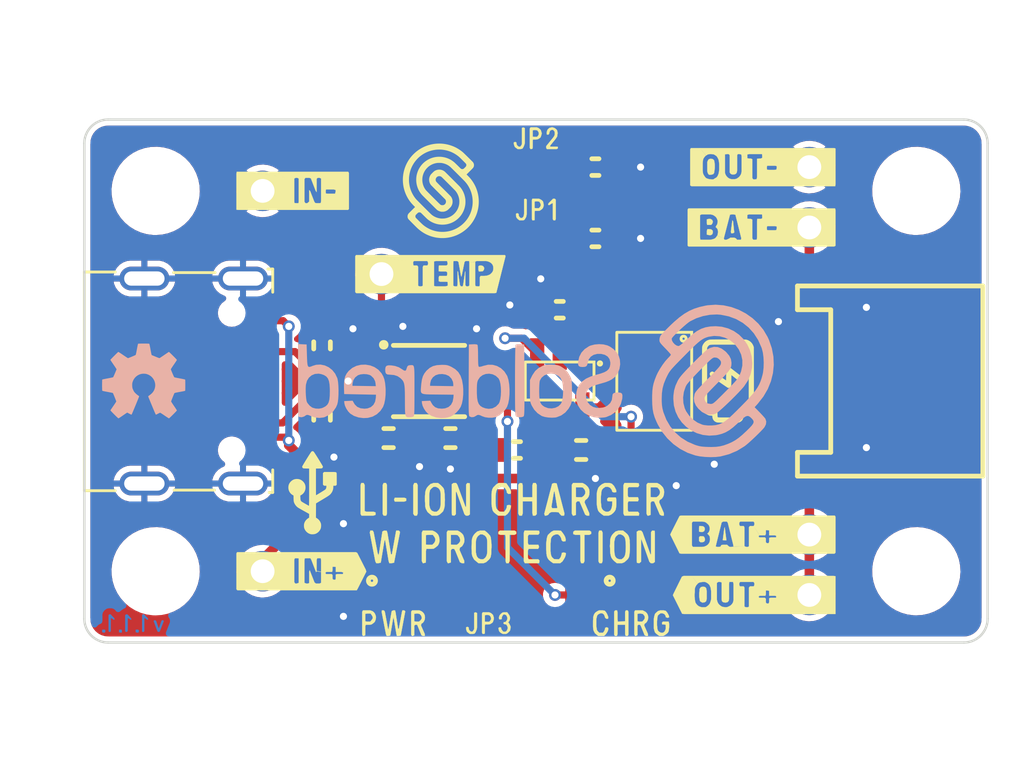
<source format=kicad_pcb>
(kicad_pcb (version 20210623) (generator pcbnew)
  (title_block (title "LI-ION charger with protection") (date "2021-06-17") (rev "V1.1.1.") (company "SOLDERED") (comment 1 "333014"))
  (layers (0 "F.Cu" mixed) (31 "B.Cu" signal) (34 "B.Paste" user) (35 "F.Paste" user) (36 "B.SilkS" user "B.Silkscreen") (37 "F.SilkS" user "F.Silkscreen") (38 "B.Mask" user) (39 "F.Mask" user) (44 "Edge.Cuts" user))
  (net 0 "")
  (net 1 "VUSB")
  (net 2 "GND")
  (net 3 "VBAT")
  (net 4 "GND_ISO")
  (net 5 "Net-(C3-Pad1)")
  (net 6 "Net-(D1-Pad1)")
  (net 7 "Net-(D2-Pad2)")
  (net 8 "PROG")
  (net 9 "Net-(JP1-Pad1)")
  (net 10 "Net-(JP2-Pad1)")
  (net 14 "Net-(K1-PadB5)")
  (net 18 "Net-(K1-PadA5)")
  (net 19 "TEMP")
  (net 20 "Net-(R6-Pad1)")
  (net 23 "OC")
  (net 24 "OD")
  (net 27 "Net-(JP3-Pad2)")
  (net 28 "Net-(R7-Pad2)")
  (footprint "e-radionica.com footprinti:HOLE_3.2mm" (layer "F.Cu") (at 128 110 -90)
    (fp_text reference "H4" hide)
    (fp_text value "HOLE_3.2mm" hide)
    (pad "" np_thru_hole circle locked (at 0 0 270) (size 3.2 3.2) (drill 3.2) (layers F&B.Cu *.Mask))
  )
  (footprint "buzzardLabel" (layer "F.Cu") (at 125 93)
    (fp_text reference "" (at 0 0) (layer "F.SilkS") (effects (font (size 1.27 1.27))))
    (fp_text value "" (at 0 0) (layer "F.SilkS") (effects (font (size 1.27 1.27))))
  )
  (footprint "e-radionica.com footprinti:0402LED" (layer "F.Cu") (at 116 111 180)
    (fp_text reference "D2")
    (fp_text value "red")
    (pad "1" smd rect locked (at -0.55 0 270) (size 0.75 0.45) (layers "F.Cu" "F.Paste" "F.Mask") (net 1 "VUSB"))
    (pad "2" smd rect locked (at 0.55 0 270) (size 0.75 0.45) (layers "F.Cu" "F.Paste" "F.Mask") (net 7 "Net-(D2-Pad2)"))
  )
  (footprint "e-radionica.com footprinti:TP4056M-MSOP8" (layer "F.Cu") (at 107.5 102)
    (fp_text reference "U1")
    (fp_text value "TP4056M")
    (pad "1" smd rect locked (at -1.975 -0.975) (size 1.35 0.45) (layers "F.Cu" "F.Paste" "F.Mask") (net 19 "TEMP"))
    (pad "2" smd rect locked (at -1.975 -0.325) (size 1.35 0.45) (layers "F.Cu" "F.Paste" "F.Mask") (net 8 "PROG"))
    (pad "3" smd rect locked (at -1.975 0.325) (size 1.35 0.45) (layers "F.Cu" "F.Paste" "F.Mask") (net 2 "GND"))
    (pad "4" smd rect locked (at -1.975 0.975) (size 1.35 0.45) (layers "F.Cu" "F.Paste" "F.Mask") (net 1 "VUSB"))
    (pad "5" smd rect locked (at 1.975 0.975) (size 1.35 0.45) (layers "F.Cu" "F.Paste" "F.Mask") (net 3 "VBAT"))
    (pad "6" smd rect locked (at 1.975 0.325) (size 1.35 0.45) (layers "F.Cu" "F.Paste" "F.Mask"))
    (pad "7" smd rect locked (at 1.975 -0.325) (size 1.35 0.45) (layers "F.Cu" "F.Paste" "F.Mask") (net 20 "Net-(R6-Pad1)"))
    (pad "8" smd rect locked (at 1.975 -0.975) (size 1.35 0.45) (layers "F.Cu" "F.Paste" "F.Mask") (net 1 "VUSB"))
  )
  (footprint "buzzardLabel" (layer "F.Cu") (at 99 110)
    (fp_text reference "" (at 0 0) (layer "F.SilkS") (effects (font (size 1.27 1.27))))
    (fp_text value "" (at 0 0) (layer "F.SilkS") (effects (font (size 1.27 1.27))))
  )
  (footprint "e-radionica.com footprinti:0603C" (layer "F.Cu") (at 113.9 104.9)
    (fp_text reference "C3")
    (fp_text value "0.1uF")
    (pad "1" smd rect locked (at -0.73 0) (size 0.66 1) (layers "F.Cu" "F.Paste" "F.Mask") (net 5 "Net-(C3-Pad1)"))
    (pad "2" smd rect locked (at 0.73 0) (size 0.66 1) (layers "F.Cu" "F.Paste" "F.Mask") (net 4 "GND_ISO"))
  )
  (footprint "buzzardLabel" (layer "F.Cu") (at 116 112.2)
    (fp_text reference "" (at 0 0) (layer "F.SilkS") (effects (font (size 1.27 1.27))))
    (fp_text value "" (at 0 0) (layer "F.SilkS") (effects (font (size 1.27 1.27))))
  )
  (footprint "buzzardLabel" (layer "F.Cu") (at 110 112.2)
    (fp_text reference "" (at 0 0) (layer "F.SilkS") (effects (font (size 1.27 1.27))))
    (fp_text value "" (at 0 0) (layer "F.SilkS") (effects (font (size 1.27 1.27))))
  )
  (footprint "e-radionica.com footprinti:Sot23-6" (layer "F.Cu") (at 113 102 -90)
    (fp_text reference "U2")
    (fp_text value "DW01+G(SOT23-6)")
    (pad "1" smd rect locked (at -1.1375 -0.95 270) (size 1.325 0.6) (layers "F.Cu" "F.Paste" "F.Mask") (net 24 "OD"))
    (pad "2" smd rect locked (at -1.1375 0 270) (size 1.325 0.6) (layers "F.Cu" "F.Paste" "F.Mask") (net 28 "Net-(R7-Pad2)"))
    (pad "3" smd rect locked (at -1.1375 0.95 270) (size 1.325 0.6) (layers "F.Cu" "F.Paste" "F.Mask") (net 23 "OC"))
    (pad "4" smd rect locked (at 1.1375 0.95 270) (size 1.325 0.6) (layers "F.Cu" "F.Paste" "F.Mask"))
    (pad "5" smd rect locked (at 1.1375 0 270) (size 1.325 0.6) (layers "F.Cu" "F.Paste" "F.Mask") (net 5 "Net-(C3-Pad1)"))
    (pad "6" smd rect locked (at 1.1375 -0.95 270) (size 1.325 0.6) (layers "F.Cu" "F.Paste" "F.Mask") (net 4 "GND_ISO"))
  )
  (footprint "e-radionica.com footprinti:0603R" (layer "F.Cu") (at 111.2 104.9 180)
    (fp_text reference "R8")
    (fp_text value "100R")
    (pad "1" smd rect locked (at -0.775 0 270) (size 1 0.64) (layers "F.Cu" "F.Paste" "F.Mask") (net 5 "Net-(C3-Pad1)"))
    (pad "2" smd rect locked (at 0.775 0 270) (size 1 0.64) (layers "F.Cu" "F.Paste" "F.Mask") (net 3 "VBAT"))
  )
  (footprint "buzzardLabel" (layer "F.Cu") (at 125 111)
    (fp_text reference "" (at 0 0) (layer "F.SilkS") (effects (font (size 1.27 1.27))))
    (fp_text value "" (at 0 0) (layer "F.SilkS") (effects (font (size 1.27 1.27))))
  )
  (footprint "e-radionica.com footprinti:0402R" (layer "F.Cu") (at 108 111 180)
    (fp_text reference "R3")
    (fp_text value "2k2")
    (pad "1" smd rect locked (at -0.5 0 270) (size 0.64 0.54) (layers "F.Cu" "F.Paste" "F.Mask") (net 27 "Net-(JP3-Pad2)"))
    (pad "2" smd rect locked (at 0.5 0 270) (size 0.64 0.54) (layers "F.Cu" "F.Paste" "F.Mask") (net 6 "Net-(D1-Pad1)"))
  )
  (footprint "e-radionica.com footprinti:U262-161N-4BVC11" (layer "F.Cu") (at 98 102 -90)
    (fp_text reference "K1")
    (fp_text value "U262-161N-4BVC11")
    (pad "" np_thru_hole circle locked (at -2.862 -1.2 270) (size 0.65 0.65) (drill 0.65) (layers F&B.Cu *.Mask))
    (pad "" np_thru_hole circle locked (at 2.913 -1.2 270) (size 0.65 0.65) (drill 0.65) (layers F&B.Cu *.Mask))
    (pad "A1" smd rect locked (at -3.337 -2.475 270) (size 0.3 1.15) (layers "F.Cu" "F.Paste" "F.Mask") (net 2 "GND"))
    (pad "A4" smd rect locked (at -2.537 -2.475 270) (size 0.3 1.15) (layers "F.Cu" "F.Paste" "F.Mask") (net 1 "VUSB"))
    (pad "A5" smd rect locked (at -1.237 -2.475 270) (size 0.3 1.15) (layers "F.Cu" "F.Paste" "F.Mask") (net 18 "Net-(K1-PadA5)"))
    (pad "A6" smd rect locked (at -0.237 -2.475 270) (size 0.3 1.15) (layers "F.Cu" "F.Paste" "F.Mask"))
    (pad "A7" smd rect locked (at 0.263 -2.475 270) (size 0.3 1.15) (layers "F.Cu" "F.Paste" "F.Mask"))
    (pad "A8" smd rect locked (at 1.263 -2.475 270) (size 0.3 1.15) (layers "F.Cu" "F.Paste" "F.Mask"))
    (pad "A9" smd rect locked (at 2.563 -2.475 270) (size 0.3 1.15) (layers "F.Cu" "F.Paste" "F.Mask") (net 1 "VUSB"))
    (pad "A12" smd rect locked (at 3.338 -2.475 270) (size 0.3 1.15) (layers "F.Cu" "F.Paste" "F.Mask") (net 2 "GND"))
    (pad "B1" smd rect locked (at 3.138 -2.475 270) (size 0.3 1.15) (layers "F.Cu" "F.Paste" "F.Mask") (net 2 "GND"))
    (pad "B4" smd rect locked (at 2.363 -2.475 270) (size 0.3 1.15) (layers "F.Cu" "F.Paste" "F.Mask") (net 1 "VUSB"))
    (pad "B5" smd rect locked (at 1.763 -2.475 270) (size 0.3 1.15) (layers "F.Cu" "F.Paste" "F.Mask") (net 14 "Net-(K1-PadB5)"))
    (pad "B6" smd rect locked (at 0.763 -2.475 270) (size 0.3 1.15) (layers "F.Cu" "F.Paste" "F.Mask"))
    (pad "B7" smd rect locked (at -0.737 -2.475 270) (size 0.3 1.15) (layers "F.Cu" "F.Paste" "F.Mask"))
    (pad "B8" smd rect locked (at -1.737 -2.475 270) (size 0.3 1.15) (layers "F.Cu" "F.Paste" "F.Mask"))
    (pad "B9" smd rect locked (at -2.337 -2.475 270) (size 0.3 1.15) (layers "F.Cu" "F.Paste" "F.Mask") (net 1 "VUSB"))
    (pad "B12" smd rect locked (at -3.112 -2.475 270) (size 0.3 1.15) (layers "F.Cu" "F.Paste" "F.Mask") (net 2 "GND"))
    (pad "SH" thru_hole oval locked (at 4.313 -1.675 270) (size 1 2.1) (drill oval 0.6 1.7) (layers *.Cu *.Mask) (net 2 "GND"))
    (pad "SH" thru_hole oval locked (at 4.313 2.475 270) (size 1 2.1) (drill oval 0.6 1.7) (layers *.Cu *.Mask) (net 2 "GND"))
    (pad "SH" thru_hole oval locked (at -4.312 2.475 270) (size 1 2.1) (drill oval 0.6 1.7) (layers *.Cu *.Mask) (net 2 "GND"))
    (pad "SH" thru_hole oval locked (at -4.312 -1.675 270) (size 1 2.1) (drill oval 0.6 1.7) (layers *.Cu *.Mask) (net 2 "GND"))
  )
  (footprint "Soldered Graphics:Symbol-Front-USB" (layer "F.Cu") (at 102.6 106.7)
    (fp_text reference "G***" hide)
    (fp_text value "LOGO" hide)
  )
  (footprint "e-radionica.com footprinti:0603R" (layer "F.Cu") (at 114.5 96 180)
    (fp_text reference "R4")
    (fp_text value "4.7k")
    (pad "1" smd rect locked (at -0.775 0 270) (size 1 0.64) (layers "F.Cu" "F.Paste" "F.Mask") (net 2 "GND"))
    (pad "2" smd rect locked (at 0.775 0 270) (size 1 0.64) (layers "F.Cu" "F.Paste" "F.Mask") (net 9 "Net-(JP1-Pad1)"))
  )
  (footprint "Soldered Graphics:Logo-Back-OSH-3.5mm" (layer "F.Cu") (at 95.5 102)
    (fp_text reference "G***" hide)
    (fp_text value "LOGO" hide)
  )
  (footprint "e-radionica.com footprinti:HOLE_3.2mm" (layer "F.Cu") (at 96 94 -90)
    (fp_text reference "H1" hide)
    (fp_text value "HOLE_3.2mm" hide)
    (pad "" np_thru_hole circle locked (at 0 0 270) (size 3.2 3.2) (drill 3.2) (layers F&B.Cu *.Mask))
  )
  (footprint "Soldered Graphics:Symbol-Front-Battery" (layer "F.Cu") (at 120 102 -90)
    (fp_text reference "G***" hide)
    (fp_text value "LOGO" hide)
  )
  (footprint "Soldered Graphics:Logo-Front-Soldered-4mm" (layer "F.Cu") (at 108 94)
    (fp_text reference "G***" hide)
    (fp_text value "LOGO" hide)
  )
  (footprint "e-radionica.com footprinti:FIDUCIAL_23" (layer "F.Cu") (at 95.5 102 -90)
    (fp_text reference "FD1")
    (fp_text value "FIDUCIAL")
    (fp_circle (center 0 0) (end 1 0) (layer "F.Cu") (width 0.2) (fill none))
    (pad "1" smd circle (at 0 0 270) (size 1 1) (layers "F.Cu" "F.Paste" "F.Mask") (clearance 1.1))
  )
  (footprint "e-radionica.com footprinti:JST-2pin-SMD" (layer "F.Cu") (at 126 102 -90)
    (fp_text reference "K7")
    (fp_text value "JST-2pin-SMD")
    (pad "" smd rect locked (at 3.3 -3.15 270) (size 1 3) (layers "F.Cu" "F.Paste" "F.Mask"))
    (pad "" smd rect locked (at -3.3 -3.15 270) (size 1 3) (layers "F.Cu" "F.Paste" "F.Mask"))
    (pad "1" smd rect locked (at 1 3.15 270) (size 1.1 2) (layers "F.Cu" "F.Paste" "F.Mask") (net 3 "VBAT"))
    (pad "2" smd rect locked (at -1 3.15 270) (size 1.1 2) (layers "F.Cu" "F.Paste" "F.Mask") (net 4 "GND_ISO"))
  )
  (footprint "buzzardLabel" (layer "F.Cu") (at 125 108.46)
    (fp_text reference "" (at 0 0) (layer "F.SilkS") (effects (font (size 1.27 1.27))))
    (fp_text value "" (at 0 0) (layer "F.SilkS") (effects (font (size 1.27 1.27))))
  )
  (footprint "buzzardLabel" (layer "F.Cu") (at 106 112.2)
    (fp_text reference "" (at 0 0) (layer "F.SilkS") (effects (font (size 1.27 1.27))))
    (fp_text value "" (at 0 0) (layer "F.SilkS") (effects (font (size 1.27 1.27))))
  )
  (footprint "e-radionica.com footprinti:0402LED" (layer "F.Cu") (at 106 111 180)
    (fp_text reference "D1")
    (fp_text value "purple")
    (pad "1" smd rect locked (at -0.55 0 270) (size 0.75 0.45) (layers "F.Cu" "F.Paste" "F.Mask") (net 6 "Net-(D1-Pad1)"))
    (pad "2" smd rect locked (at 0.55 0 270) (size 0.75 0.45) (layers "F.Cu" "F.Paste" "F.Mask") (net 2 "GND"))
  )
  (footprint "e-radionica.com footprinti:0402R" (layer "F.Cu") (at 114 111)
    (fp_text reference "R6")
    (fp_text value "2k2")
    (pad "1" smd rect locked (at -0.5 0 90) (size 0.64 0.54) (layers "F.Cu" "F.Paste" "F.Mask") (net 20 "Net-(R6-Pad1)"))
    (pad "2" smd rect locked (at 0.5 0 90) (size 0.64 0.54) (layers "F.Cu" "F.Paste" "F.Mask") (net 7 "Net-(D2-Pad2)"))
  )
  (footprint "buzzardLabel" (layer "F.Cu") (at 111 109)
    (fp_text reference "" (at 0 0) (layer "F.SilkS") (effects (font (size 1.27 1.27))))
    (fp_text value "" (at 0 0) (layer "F.SilkS") (effects (font (size 1.27 1.27))))
  )
  (footprint "buzzardLabel" (layer "F.Cu") (at 112 94.8)
    (fp_text reference "" (at 0 0) (layer "F.SilkS") (effects (font (size 1.27 1.27))))
    (fp_text value "" (at 0 0) (layer "F.SilkS") (effects (font (size 1.27 1.27))))
  )
  (footprint "buzzardLabel" (layer "F.Cu") (at 111 107)
    (fp_text reference "" (at 0 0) (layer "F.SilkS") (effects (font (size 1.27 1.27))))
    (fp_text value "" (at 0 0) (layer "F.SilkS") (effects (font (size 1.27 1.27))))
  )
  (footprint "e-radionica.com footprinti:SMD_JUMPER" (layer "F.Cu") (at 112 96 180)
    (fp_text reference "JP1")
    (fp_text value "SMD_JUMPER")
    (pad "1" smd rect locked (at -0.35 0 180) (size 0.5 1) (layers "F.Cu" "F.Mask") (net 9 "Net-(JP1-Pad1)"))
    (pad "2" smd rect locked (at 0.35 0 180) (size 0.5 1) (layers "F.Cu" "F.Mask") (net 8 "PROG"))
  )
  (footprint "e-radionica.com footprinti:0603R" (layer "F.Cu") (at 114.5 93 180)
    (fp_text reference "R5")
    (fp_text value "2k49")
    (pad "1" smd rect locked (at -0.775 0 270) (size 1 0.64) (layers "F.Cu" "F.Paste" "F.Mask") (net 2 "GND"))
    (pad "2" smd rect locked (at 0.775 0 270) (size 1 0.64) (layers "F.Cu" "F.Paste" "F.Mask") (net 10 "Net-(JP2-Pad1)"))
  )
  (footprint "e-radionica.com footprinti:0603R" (layer "F.Cu") (at 113 99)
    (fp_text reference "R7")
    (fp_text value "1k")
    (pad "1" smd rect locked (at -0.775 0 90) (size 1 0.64) (layers "F.Cu" "F.Paste" "F.Mask") (net 2 "GND"))
    (pad "2" smd rect locked (at 0.775 0 90) (size 1 0.64) (layers "F.Cu" "F.Paste" "F.Mask") (net 28 "Net-(R7-Pad2)"))
  )
  (footprint "e-radionica.com footprinti:SMD-JUMPER-CONNECTED_TRACE_SLODERMASK" (layer "F.Cu") (at 110 111 180)
    (fp_text reference "JP3")
    (fp_text value "SMD-JUMPER-CONNECTED_TRACE_SLODERMASK")
    (fp_poly (pts (xy 0.1 0.1) (xy -0.1 0.1) (xy -0.1 -0.1) (xy 0.1 -0.1)) (layer "F.Cu") (width 0.1) (fill solid))
    (pad "1" smd rect locked (at -0.35 0 180) (size 0.5 1) (layers "F.Cu" "F.Mask") (net 1 "VUSB"))
    (pad "2" smd rect locked (at 0.35 0 180) (size 0.5 1) (layers "F.Cu" "F.Mask") (net 27 "Net-(JP3-Pad2)"))
  )
  (footprint "e-radionica.com footprinti:TSSOP8" (layer "F.Cu") (at 117 102 -90)
    (fp_text reference "U3")
    (fp_text value "FS8205A")
    (pad "1" smd rect locked (at -2.95 -0.975 270) (size 1.45 0.45) (layers "F.Cu" "F.Paste" "F.Mask"))
    (pad "2" smd rect locked (at -2.95 -0.325 270) (size 1.45 0.45) (layers "F.Cu" "F.Paste" "F.Mask") (net 4 "GND_ISO"))
    (pad "3" smd rect locked (at -2.95 0.325 270) (size 1.45 0.45) (layers "F.Cu" "F.Paste" "F.Mask") (net 4 "GND_ISO"))
    (pad "4" smd rect locked (at -2.95 0.975 270) (size 1.45 0.45) (layers "F.Cu" "F.Paste" "F.Mask") (net 24 "OD"))
    (pad "5" smd rect locked (at 2.95 0.975 270) (size 1.45 0.45) (layers "F.Cu" "F.Paste" "F.Mask") (net 23 "OC"))
    (pad "6" smd rect locked (at 2.95 0.325 270) (size 1.45 0.45) (layers "F.Cu" "F.Paste" "F.Mask") (net 2 "GND"))
    (pad "7" smd rect locked (at 2.95 -0.325 270) (size 1.45 0.45) (layers "F.Cu" "F.Paste" "F.Mask") (net 2 "GND"))
    (pad "8" smd rect locked (at 2.95 -0.975 270) (size 1.45 0.45) (layers "F.Cu" "F.Paste" "F.Mask"))
  )
  (footprint "e-radionica.com footprinti:0603R" (layer "F.Cu") (at 103 103.5 -90)
    (fp_text reference "R1")
    (fp_text value "5.1k")
    (pad "1" smd rect locked (at -0.775 0) (size 1 0.64) (layers "F.Cu" "F.Paste" "F.Mask") (net 14 "Net-(K1-PadB5)"))
    (pad "2" smd rect locked (at 0.775 0) (size 1 0.64) (layers "F.Cu" "F.Paste" "F.Mask") (net 2 "GND"))
  )
  (footprint "Soldered Graphics:Logo-Back-SolderedFULL-20mm" (layer "F.Cu") (at 112 102)
    (fp_text reference "REF**" hide)
    (fp_text value "Logo-Front-SolderedFULL-20mm" hide)
  )
  (footprint "e-radionica.com footprinti:HOLE_3.2mm" (layer "F.Cu") (at 96 110 -90)
    (fp_text reference "H2" hide)
    (fp_text value "HOLE_3.2mm" hide)
    (pad "" np_thru_hole circle locked (at 0 0 270) (size 3.2 3.2) (drill 3.2) (layers F&B.Cu *.Mask))
  )
  (footprint "e-radionica.com footprinti:SMD_JUMPER_CONNECTED" (layer "F.Cu") (at 112 93 180)
    (fp_text reference "JP2")
    (fp_text value "SMD-JUMPER-CONNECTED")
    (pad "1" smd rect locked (at -0.35 0 180) (size 0.5 1) (layers "F.Cu" "F.Paste" "F.Mask") (net 10 "Net-(JP2-Pad1)"))
    (pad "2" smd rect locked (at 0.35 0 180) (size 0.5 1) (layers "F.Cu" "F.Paste" "F.Mask") (net 8 "PROG"))
  )
  (footprint "buzzardLabel" (layer "F.Cu") (at 99 94)
    (fp_text reference "" (at 0 0) (layer "F.SilkS") (effects (font (size 1.27 1.27))))
    (fp_text value "" (at 0 0) (layer "F.SilkS") (effects (font (size 1.27 1.27))))
  )
  (footprint "buzzardLabel" (layer "F.Cu") (at 104 97.5)
    (fp_text reference "" (at 0 0) (layer "F.SilkS") (effects (font (size 1.27 1.27))))
    (fp_text value "" (at 0 0) (layer "F.SilkS") (effects (font (size 1.27 1.27))))
  )
  (footprint "e-radionica.com footprinti:0603C" (layer "F.Cu") (at 108.4 104.4)
    (fp_text reference "C2")
    (fp_text value "2.2uF")
    (pad "1" smd rect locked (at -0.73 0) (size 0.66 1) (layers "F.Cu" "F.Paste" "F.Mask") (net 2 "GND"))
    (pad "2" smd rect locked (at 0.73 0) (size 0.66 1) (layers "F.Cu" "F.Paste" "F.Mask") (net 3 "VBAT"))
  )
  (footprint "buzzardLabel" (layer "F.Cu") (at 112 91.8)
    (fp_text reference "" (at 0 0) (layer "F.SilkS") (effects (font (size 1.27 1.27))))
    (fp_text value "" (at 0 0) (layer "F.SilkS") (effects (font (size 1.27 1.27))))
  )
  (footprint "e-radionica.com footprinti:HOLE_3.2mm" (layer "F.Cu") (at 128 94 -90)
    (fp_text reference "H3" hide)
    (fp_text value "HOLE_3.2mm" hide)
    (pad "" np_thru_hole circle locked (at 0 0 270) (size 3.2 3.2) (drill 3.2) (layers F&B.Cu *.Mask))
  )
  (footprint "e-radionica.com footprinti:0603R" (layer "F.Cu") (at 103 100.5 90)
    (fp_text reference "R2")
    (fp_text value "5.1k")
    (pad "1" smd rect locked (at -0.775 0 180) (size 1 0.64) (layers "F.Cu" "F.Paste" "F.Mask") (net 18 "Net-(K1-PadA5)"))
    (pad "2" smd rect locked (at 0.775 0 180) (size 1 0.64) (layers "F.Cu" "F.Paste" "F.Mask") (net 2 "GND"))
  )
  (footprint "buzzardLabel" (layer "F.Cu") (at 125 95.54)
    (fp_text reference "" (at 0 0) (layer "F.SilkS") (effects (font (size 1.27 1.27))))
    (fp_text value "" (at 0 0) (layer "F.SilkS") (effects (font (size 1.27 1.27))))
  )
  (footprint "e-radionica.com footprinti:0603C" (layer "F.Cu") (at 105.8 104.4 180)
    (fp_text reference "C1")
    (fp_text value "2.2uF")
    (pad "1" smd rect locked (at -0.73 0 180) (size 0.66 1) (layers "F.Cu" "F.Paste" "F.Mask") (net 2 "GND"))
    (pad "2" smd rect locked (at 0.73 0 180) (size 0.66 1) (layers "F.Cu" "F.Paste" "F.Mask") (net 1 "VUSB"))
  )
  (footprint "e-radionica.com footprinti:HEADER_MALE_1X1" (layer "B.Cu") (at 105.5 97.5 90)
    (fp_text reference "K4")
    (fp_text value "HEADER_MALE_1X1")
    (pad "1" thru_hole circle locked (at 0 0 90) (size 1.7 1.7) (drill 1) (layers *.Cu *.Mask) (net 19 "TEMP"))
  )
  (footprint "Soldered Graphics:Version1.1.1." (layer "B.Cu") (at 95 112.2 180)
    (fp_text reference "REF**" hide)
    (fp_text value "Version1.1.1." hide)
    (fp_poly (pts (xy 0.91 -0.35) (xy 0.96 -0.35) (xy 0.98 -0.31) (xy 0.98 0.35) (xy 0.95 0.38) (xy 0.89 0.38) (xy 0.86 0.34) (xy 0.74 0.22) (xy 0.73 0.17) (xy 0.76 0.16) (xy 0.85 0.22) (xy 0.89 0.23) (xy 0.89 -0.31) (xy 0.91 -0.35)) (layer "B.Cu") (width 0.01) (fill solid))
    (fp_poly (pts (xy 1.14 -0.38) (xy 1.19 -0.38) (xy 1.24 -0.37) (xy 1.25 -0.33) (xy 1.25 -0.27) (xy 1.2 -0.26) (xy 1.15 -0.26) (xy 1.12 -0.29) (xy 1.12 -0.34) (xy 1.14 -0.38)) (layer "B.Cu") (width 0.01) (fill solid))
    (fp_poly (pts (xy 0.43 -0.38) (xy 0.48 -0.38) (xy 0.54 -0.37) (xy 0.54 -0.33) (xy 0.54 -0.27) (xy 0.5 -0.26) (xy 0.45 -0.26) (xy 0.42 -0.29) (xy 0.42 -0.34) (xy 0.43 -0.38)) (layer "B.Cu") (width 0.01) (fill solid))
    (fp_poly (pts (xy 0.21 -0.35) (xy 0.26 -0.35) (xy 0.28 -0.31) (xy 0.28 0.35) (xy 0.24 0.38) (xy 0.19 0.38) (xy 0.15 0.34) (xy 0.04 0.22) (xy 0.02 0.17) (xy 0.05 0.16) (xy 0.14 0.22) (xy 0.18 0.23) (xy 0.18 -0.31) (xy 0.21 -0.35)) (layer "B.Cu") (width 0.01) (fill solid))
    (fp_poly (pts (xy -0.5 -0.35) (xy -0.44 -0.35) (xy -0.43 -0.31) (xy -0.43 0.35) (xy -0.46 0.38) (xy -0.52 0.38) (xy -0.55 0.34) (xy -0.67 0.22) (xy -0.68 0.17) (xy -0.65 0.16) (xy -0.56 0.22) (xy -0.52 0.23) (xy -0.52 -0.31) (xy -0.5 -0.35)) (layer "B.Cu") (width 0.01) (fill solid))
    (fp_poly (pts (xy -0.27 -0.38) (xy -0.22 -0.38) (xy -0.17 -0.37) (xy -0.16 -0.33) (xy -0.16 -0.27) (xy -0.21 -0.26) (xy -0.26 -0.26) (xy -0.29 -0.29) (xy -0.29 -0.34) (xy -0.27 -0.38)) (layer "B.Cu") (width 0.01) (fill solid))
    (fp_poly (pts (xy -1.15 -0.35) (xy -1.1 -0.35) (xy -1.07 -0.31) (xy -0.92 0.1) (xy -0.94 0.13) (xy -0.99 0.13) (xy -1.02 0.1) (xy -1.11 -0.16) (xy -1.13 -0.21) (xy -1.15 -0.17) (xy -1.24 0.09) (xy -1.26 0.13) (xy -1.32 0.13) (xy -1.34 0.1) (xy -1.18 -0.31) (xy -1.15 -0.35)) (layer "B.Cu") (width 0.01) (fill solid))
  )
  (footprint "e-radionica.com footprinti:HEADER_MALE_1X1" (layer "B.Cu") (at 100.5 110 90)
    (fp_text reference "K2")
    (fp_text value "HEADER_MALE_1X1")
    (pad "1" thru_hole circle locked (at 0 0 90) (size 1.7 1.7) (drill 1) (layers *.Cu *.Mask) (net 1 "VUSB"))
  )
  (footprint "e-radionica.com footprinti:HEADER_MALE_1X1" (layer "B.Cu") (at 123.5 111 90)
    (fp_text reference "K8")
    (fp_text value "HEADER_MALE_1X1")
    (pad "1" thru_hole circle locked (at 0 0 90) (size 1.7 1.7) (drill 1) (layers *.Cu *.Mask) (net 3 "VBAT"))
  )
  (footprint "e-radionica.com footprinti:HEADER_MALE_1X1" (layer "B.Cu") (at 123.5 93 90)
    (fp_text reference "K6")
    (fp_text value "HEADER_MALE_1X1")
    (pad "1" thru_hole circle locked (at 0 0 90) (size 1.7 1.7) (drill 1) (layers *.Cu *.Mask) (net 2 "GND"))
  )
  (footprint "e-radionica.com footprinti:HEADER_MALE_1X1" (layer "B.Cu") (at 123.5 95.54 90)
    (fp_text reference "K9")
    (fp_text value "HEADER_MALE_1X1")
    (pad "1" thru_hole circle locked (at 0 0 90) (size 1.7 1.7) (drill 1) (layers *.Cu *.Mask) (net 4 "GND_ISO"))
  )
  (footprint "e-radionica.com footprinti:HEADER_MALE_1X1" (layer "B.Cu") (at 100.5 94 90)
    (fp_text reference "K3")
    (fp_text value "HEADER_MALE_1X1")
    (pad "1" thru_hole circle locked (at 0 0 90) (size 1.7 1.7) (drill 1) (layers *.Cu *.Mask) (net 2 "GND"))
  )
  (footprint "e-radionica.com footprinti:HEADER_MALE_1X1" (layer "B.Cu") (at 123.5 108.46 90)
    (fp_text reference "K5")
    (fp_text value "HEADER_MALE_1X1")
    (pad "1" thru_hole circle locked (at 0 0 90) (size 1.7 1.7) (drill 1) (layers *.Cu *.Mask) (net 3 "VBAT"))
  )
  (gr_arc (start 94 92) (end 93 92) (angle 90) (layer "Edge.Cuts") (width 0.1))
  (gr_arc (start 130 92) (end 131 92) (angle -90) (layer "Edge.Cuts") (width 0.1))
  (gr_arc (start 94 112) (end 93 112) (angle -90) (layer "Edge.Cuts") (width 0.1))
  (gr_arc (start 130 112) (end 131 112) (angle 90) (layer "Edge.Cuts") (width 0.1))
  (gr_line (start 130 113) (end 94 113) (layer "Edge.Cuts") (width 0.1))
  (gr_line (start 93 112) (end 93 92) (layer "Edge.Cuts") (width 0.1))
  (gr_line (start 131 92) (end 131 112) (layer "Edge.Cuts") (width 0.1))
  (gr_line (start 94 91) (end 130 91) (layer "Edge.Cuts") (width 0.1))
  (segment (start 109.475 101.025) (end 108.775 101.025) (width 0.3) (layer "F.Cu") (net 1))
  (segment (start 104.05 105.95) (end 106.05 105.95) (width 0.3) (layer "F.Cu") (net 1))
  (segment (start 102.85 105.95) (end 104.05 105.95) (width 0.4) (layer "F.Cu") (net 1))
  (segment (start 106.05 105.95) (end 106.45 106.35) (width 0.3) (layer "F.Cu") (net 1))
  (segment (start 101.363 99.463) (end 101.6 99.7) (width 0.3) (layer "F.Cu") (net 1))
  (segment (start 105.07 104.93) (end 104.05 105.95) (width 0.4) (layer "F.Cu") (net 1))
  (segment (start 105.07 104.4) (end 105.07 104.93) (width 0.4) (layer "F.Cu") (net 1))
  (segment (start 116.55 111.75) (end 116.55 111) (width 0.3) (layer "F.Cu") (net 1))
  (segment (start 100.475 99.463) (end 101.363 99.463) (width 0.3) (layer "F.Cu") (net 1))
  (segment (start 100.475 104.363) (end 101.463 104.363) (width 0.3) (layer "F.Cu") (net 1))
  (segment (start 110.35 111) (end 110.35 111.35) (width 0.3) (layer "F.Cu") (net 1))
  (segment (start 101.463 104.363) (end 101.6 104.5) (width 0.3) (layer "F.Cu") (net 1))
  (segment (start 104.05 105.95) (end 100.5 109.5) (width 0.4) (layer "F.Cu") (net 1))
  (segment (start 111 112) (end 116.3 112) (width 0.3) (layer "F.Cu") (net 1))
  (segment (start 110.35 111.35) (end 111 112) (width 0.3) (layer "F.Cu") (net 1))
  (segment (start 108.775 101.025) (end 106.825 102.975) (width 0.3) (layer "F.Cu") (net 1))
  (segment (start 105.07 103.43) (end 105.525 102.975) (width 0.4) (layer "F.Cu") (net 1))
  (segment (start 101.6 104.7) (end 102.85 105.95) (width 0.4) (layer "F.Cu") (net 1))
  (segment (start 101.6 104.5) (end 101.6 104.7) (width 0.4) (layer "F.Cu") (net 1))
  (segment (start 106.825 102.975) (end 105.525 102.975) (width 0.3) (layer "F.Cu") (net 1))
  (segment (start 100.5 109.5) (end 100.5 110) (width 0.4) (layer "F.Cu") (net 1))
  (segment (start 106.45 106.35) (end 110.35 110.25) (width 0.3) (layer "F.Cu") (net 1))
  (segment (start 105.07 104.4) (end 105.07 103.43) (width 0.4) (layer "F.Cu") (net 1))
  (segment (start 116.3 112) (end 116.55 111.75) (width 0.3) (layer "F.Cu") (net 1))
  (segment (start 110.35 110.25) (end 110.35 111) (width 0.3) (layer "F.Cu") (net 1))
  (via (at 101.6 104.5) (size 0.5) (drill 0.3) (layers "F.Cu" "B.Cu") (net 1))
  (via (at 101.6 99.7) (size 0.5) (drill 0.3) (layers "F.Cu" "B.Cu") (net 1))
  (segment (start 101.6 102.3) (end 101.6 104.5) (width 0.3) (layer "B.Cu") (net 1))
  (segment (start 101.6 99.7) (end 101.6 102.3) (width 0.3) (layer "B.Cu") (net 1))
  (via (at 125.9 104.8) (size 0.5) (drill 0.3) (layers "F.Cu" "B.Cu") (net 2))
  (via (at 117.9 106.4) (size 0.5) (drill 0.3) (layers "F.Cu" "B.Cu") (net 2))
  (via (at 104.3 99.8) (size 0.5) (drill 0.3) (layers "F.Cu" "B.Cu") (net 2))
  (via (at 107.1 105.6) (size 0.5) (drill 0.3) (layers "F.Cu" "B.Cu") (net 2))
  (via (at 104.1 102) (size 0.5) (drill 0.3) (layers "F.Cu" "B.Cu") (net 2))
  (via (at 114.5 106.1) (size 0.5) (drill 0.3) (layers "F.Cu" "B.Cu") (net 2))
  (via (at 106.4 99.7) (size 0.5) (drill 0.3) (layers "F.Cu" "B.Cu") (net 2))
  (via (at 119.5 105.5) (size 0.5) (drill 0.3) (layers "F.Cu" "B.Cu") (net 2))
  (via (at 108.4 105.7) (size 0.5) (drill 0.3) (layers "F.Cu" "B.Cu") (net 2))
  (via (at 125.9 98.9) (size 0.5) (drill 0.3) (layers "F.Cu" "B.Cu") (net 2))
  (via (at 103.9 108) (size 0.5) (drill 0.3) (layers "F.Cu" "B.Cu") (net 2))
  (via (at 116.4 93) (size 0.5) (drill 0.3) (layers "F.Cu" "B.Cu") (net 2))
  (via (at 122.2 99.5) (size 0.5) (drill 0.3) (layers "F.Cu" "B.Cu") (net 2))
  (via (at 110.9 98.8) (size 0.5) (drill 0.3) (layers "F.Cu" "B.Cu") (net 2))
  (via (at 103.9 111.9) (size 0.5) (drill 0.3) (layers "F.Cu" "B.Cu") (net 2))
  (via (at 103.5 105.2) (size 0.5) (drill 0.3) (layers "F.Cu" "B.Cu") (net 2))
  (via (at 109.5 99.8) (size 0.5) (drill 0.3) (layers "F.Cu" "B.Cu") (net 2))
  (via (at 112.2 97.7) (size 0.5) (drill 0.3) (layers "F.Cu" "B.Cu") (net 2))
  (via (at 116.4 96) (size 0.5) (drill 0.3) (layers "F.Cu" "B.Cu") (net 2))
  (segment (start 109.13 103.32) (end 109.475 102.975) (width 0.4) (layer "F.Cu") (net 3))
  (segment (start 109.13 104.4) (end 109.13 103.32) (width 0.4) (layer "F.Cu") (net 3))
  (segment (start 110.425 104.9) (end 110.3 104.9) (width 0.25) (layer "F.Cu") (net 3))
  (segment (start 123.5 103.65) (end 122.85 103) (width 0.4) (layer "F.Cu") (net 3))
  (segment (start 109.13 105.33) (end 109.13 104.4) (width 0.4) (layer "F.Cu") (net 3))
  (segment (start 123.5 108.46) (end 123.5 111) (width 0.4) (layer "F.Cu") (net 3))
  (segment (start 109.9 106.1) (end 111.4 106.1) (width 0.4) (layer "F.Cu") (net 3))
  (segment (start 111.4 106.1) (end 113.76 108.46) (width 0.4) (layer "F.Cu") (net 3))
  (segment (start 123.5 108.46) (end 123.5 103.65) (width 0.4) (layer "F.Cu") (net 3))
  (segment (start 109.9 106.1) (end 109.13 105.33) (width 0.4) (layer "F.Cu") (net 3))
  (segment (start 109.8 104.4) (end 109.13 104.4) (width 0.25) (layer "F.Cu") (net 3))
  (segment (start 113.76 108.46) (end 123.5 108.46) (width 0.4) (layer "F.Cu") (net 3))
  (segment (start 110.3 104.9) (end 109.8 104.4) (width 0.25) (layer "F.Cu") (net 3))
  (segment (start 116.8 101) (end 116.675 101.125) (width 0.4) (layer "F.Cu") (net 4))
  (segment (start 123.5 95.54) (end 123.5 100.35) (width 0.4) (layer "F.Cu") (net 4))
  (segment (start 117.325 99.05) (end 117.325 100.475) (width 0.4) (layer "F.Cu") (net 4))
  (segment (start 114.6625 103.1375) (end 116.675 101.125) (width 0.4) (layer "F.Cu") (net 4))
  (segment (start 114.63 104.33) (end 114.63 104.9) (width 0.4) (layer "F.Cu") (net 4))
  (segment (start 122.85 101) (end 116.8 101) (width 0.4) (layer "F.Cu") (net 4))
  (segment (start 113.95 103.65) (end 114.63 104.33) (width 0.4) (layer "F.Cu") (net 4))
  (segment (start 116.675 101.125) (end 116.675 99.05) (width 0.4) (layer "F.Cu") (net 4))
  (segment (start 113.95 103.1375) (end 113.95 103.65) (width 0.4) (layer "F.Cu") (net 4))
  (segment (start 123.5 100.35) (end 122.85 101) (width 0.4) (layer "F.Cu") (net 4))
  (segment (start 117.325 100.475) (end 116.675 101.125) (width 0.4) (layer "F.Cu") (net 4))
  (segment (start 113.95 103.1375) (end 114.6625 103.1375) (width 0.4) (layer "F.Cu") (net 4))
  (segment (start 113 104.2) (end 113.17 104.37) (width 0.3) (layer "F.Cu") (net 5))
  (segment (start 113.17 104.37) (end 113.17 104.9) (width 0.3) (layer "F.Cu") (net 5))
  (segment (start 113 103.1375) (end 113 104.2) (width 0.3) (layer "F.Cu") (net 5))
  (segment (start 111.975 104.9) (end 113.17 104.9) (width 0.25) (layer "F.Cu") (net 5))
  (segment (start 107.5 111) (end 106.55 111) (width 0.3) (layer "F.Cu") (net 6))
  (segment (start 114.5 111) (end 115.45 111) (width 0.25) (layer "F.Cu") (net 7))
  (segment (start 111.65 96) (end 111.65 93) (width 0.3) (layer "F.Cu") (net 8))
  (segment (start 106.225 101.675) (end 111.65 96.25) (width 0.3) (layer "F.Cu") (net 8))
  (segment (start 111.65 96.25) (end 111.65 96) (width 0.3) (layer "F.Cu") (net 8))
  (segment (start 105.525 101.675) (end 106.225 101.675) (width 0.3) (layer "F.Cu") (net 8))
  (segment (start 112.35 96) (end 113.725 96) (width 0.3) (layer "F.Cu") (net 9))
  (segment (start 112.35 93) (end 113.725 93) (width 0.3) (layer "F.Cu") (net 10))
  (segment (start 101.337 103.763) (end 102.375 102.725) (width 0.3) (layer "F.Cu") (net 14))
  (segment (start 102.375 102.725) (end 103 102.725) (width 0.3) (layer "F.Cu") (net 14))
  (segment (start 100.475 103.763) (end 101.337 103.763) (width 0.3) (layer "F.Cu") (net 14))
  (segment (start 100.475 100.763) (end 101.863 100.763) (width 0.3) (layer "F.Cu") (net 18))
  (segment (start 101.863 100.763) (end 102.375 101.275) (width 0.3) (layer "F.Cu") (net 18))
  (segment (start 102.375 101.275) (end 103 101.275) (width 0.3) (layer "F.Cu") (net 18))
  (segment (start 105.5 97.5) (end 105.5 101) (width 0.3) (layer "F.Cu") (net 19))
  (segment (start 105.5 101) (end 105.525 101.025) (width 0.3) (layer "F.Cu") (net 19))
  (segment (start 110.8 102) (end 110.5 101.7) (width 0.3) (layer "F.Cu") (net 20))
  (segment (start 110.8 103.7) (end 110.8 102) (width 0.3) (layer "F.Cu") (net 20))
  (segment (start 110.5 101.7) (end 109.5 101.7) (width 0.3) (layer "F.Cu") (net 20))
  (segment (start 112.8 111) (end 113.5 111) (width 0.3) (layer "F.Cu") (net 20))
  (segment (start 109.5 101.7) (end 109.475 101.675) (width 0.3) (layer "F.Cu") (net 20))
  (via (at 110.8 103.7) (size 0.5) (drill 0.3) (layers "F.Cu" "B.Cu") (net 20))
  (via (at 112.8 111) (size 0.5) (drill 0.3) (layers "F.Cu" "B.Cu") (net 20))
  (segment (start 110.8 103.7) (end 110.8 109) (width 0.3) (layer "B.Cu") (net 20))
  (segment (start 110.8 109) (end 112.8 111) (width 0.3) (layer "B.Cu") (net 20))
  (segment (start 116 103.5) (end 116 104.925) (width 0.3) (layer "F.Cu") (net 23))
  (segment (start 111.3875 100.2) (end 112.05 100.8625) (width 0.3) (layer "F.Cu") (net 23))
  (segment (start 110.7 100.2) (end 111.3875 100.2) (width 0.3) (layer "F.Cu") (net 23))
  (segment (start 116 104.925) (end 116.025 104.95) (width 0.3) (layer "F.Cu") (net 23))
  (via (at 116 103.5) (size 0.5) (drill 0.3) (layers "F.Cu" "B.Cu") (net 23))
  (via (at 110.7 100.2) (size 0.5) (drill 0.3) (layers "F.Cu" "B.Cu") (net 23))
  (segment (start 114.8 103.5) (end 116 103.5) (width 0.3) (layer "B.Cu") (net 23))
  (segment (start 110.7 100.2) (end 111.5 100.2) (width 0.3) (layer "B.Cu") (net 23))
  (segment (start 111.5 100.2) (end 114.8 103.5) (width 0.3) (layer "B.Cu") (net 23))
  (segment (start 115.45 99.05) (end 116.025 99.05) (width 0.3) (layer "F.Cu") (net 24))
  (segment (start 113.95 100.55) (end 115.45 99.05) (width 0.3) (layer "F.Cu") (net 24))
  (segment (start 113.95 100.8625) (end 113.95 100.55) (width 0.3) (layer "F.Cu") (net 24))
  (segment (start 109.65 111) (end 108.5 111) (width 0.25) (layer "F.Cu") (net 27))
  (segment (start 113.775 99) (end 113.775 99.325) (width 0.25) (layer "F.Cu") (net 28))
  (segment (start 113.775 99.325) (end 113 100.1) (width 0.25) (layer "F.Cu") (net 28))
  (segment (start 113 100.1) (end 113 100.8625) (width 0.25) (layer "F.Cu") (net 28))
  (zone (net 0) (net_name "") (layer "F.Cu") (connect_pads (clearance 0)) (min_thickness 0.254)
    (keepout (tracks not_allowed) (vias not_allowed) (pads not_allowed) (copperpour not_allowed) (footprints allowed))
    (fill (thermal_gap 0.508) (thermal_bridge_width 0.508))
    (polygon (pts (xy 116.9 105.7) (xy 116.9 104.2) (xy 117.1 104.2) (xy 117.1 105.7)))
  )
  (zone (net 2) (net_name "GND") (layers F&B.Cu) (connect_pads (clearance 0.254)) (min_thickness 0.254) (fill yes (thermal_gap 0.254) (thermal_bridge_width 0.254))
    (polygon (pts (xy 93 113) (xy 93 91) (xy 131 91) (xy 131 113)))
  )
)
</source>
